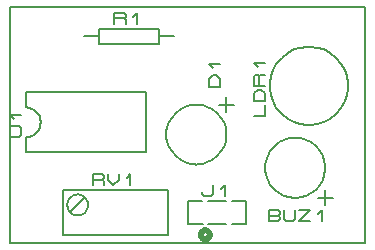
<source format=gbr>
G04 PROTEUS GERBER X2 FILE*
%TF.GenerationSoftware,Labcenter,Proteus,8.6-SP2-Build23525*%
%TF.CreationDate,2021-09-07T15:34:43+00:00*%
%TF.FileFunction,Legend,Top*%
%TF.FilePolarity,Positive*%
%TF.Part,Single*%
%FSLAX45Y45*%
%MOMM*%
G01*
%TA.AperFunction,Material*%
%ADD18C,0.203200*%
%ADD19C,0.508000*%
%ADD70C,0.152400*%
%TA.AperFunction,Profile*%
%ADD17C,0.203200*%
%TD.AperFunction*%
D18*
X+131000Y+1147000D02*
X+131000Y+1274000D01*
X+1147000Y+1274000D01*
X+1147000Y+766000D01*
X+131000Y+766000D01*
X+131000Y+893000D01*
X+258000Y+1020000D02*
X+255564Y+1045876D01*
X+248515Y+1069848D01*
X+237238Y+1091438D01*
X+222122Y+1110170D01*
X+203554Y+1125569D01*
X+181919Y+1137158D01*
X+157606Y+1144460D01*
X+131000Y+1147000D01*
X+258000Y+1020000D02*
X+255564Y+993394D01*
X+248515Y+969081D01*
X+237238Y+947446D01*
X+222122Y+928878D01*
X+203554Y+913762D01*
X+181919Y+902485D01*
X+157606Y+895436D01*
X+131000Y+893000D01*
X-1080Y+893000D02*
X+75120Y+893000D01*
X+90360Y+908875D01*
X+90360Y+972375D01*
X+75120Y+988250D01*
X-1080Y+988250D01*
X+29400Y+1051750D02*
X-1080Y+1083500D01*
X+90360Y+1083500D01*
X+2859866Y+1329500D02*
X+2858806Y+1356000D01*
X+2850203Y+1409002D01*
X+2832266Y+1462004D01*
X+2803177Y+1515006D01*
X+2758821Y+1567946D01*
X+2705819Y+1609706D01*
X+2652817Y+1636999D01*
X+2599815Y+1653503D01*
X+2546813Y+1660832D01*
X+2528000Y+1661366D01*
X+2196134Y+1329500D02*
X+2197194Y+1356000D01*
X+2205797Y+1409002D01*
X+2223734Y+1462004D01*
X+2252823Y+1515006D01*
X+2297179Y+1567946D01*
X+2350181Y+1609706D01*
X+2403183Y+1636999D01*
X+2456185Y+1653503D01*
X+2509187Y+1660832D01*
X+2528000Y+1661366D01*
X+2196134Y+1329500D02*
X+2197194Y+1303000D01*
X+2205797Y+1249998D01*
X+2223734Y+1196996D01*
X+2252823Y+1143994D01*
X+2297179Y+1091054D01*
X+2350181Y+1049294D01*
X+2403183Y+1022001D01*
X+2456185Y+1005497D01*
X+2509187Y+998168D01*
X+2528000Y+997634D01*
X+2859866Y+1329500D02*
X+2858806Y+1303000D01*
X+2850203Y+1249998D01*
X+2832266Y+1196996D01*
X+2803177Y+1143994D01*
X+2758821Y+1091054D01*
X+2705819Y+1049294D01*
X+2652817Y+1022001D01*
X+2599815Y+1005497D01*
X+2546813Y+998168D01*
X+2528000Y+997634D01*
X+2064054Y+1075500D02*
X+2155494Y+1075500D01*
X+2155494Y+1170750D01*
X+2155494Y+1202500D02*
X+2064054Y+1202500D01*
X+2064054Y+1266000D01*
X+2094534Y+1297750D01*
X+2125014Y+1297750D01*
X+2155494Y+1266000D01*
X+2155494Y+1202500D01*
X+2155494Y+1329500D02*
X+2064054Y+1329500D01*
X+2064054Y+1408875D01*
X+2079294Y+1424750D01*
X+2094534Y+1424750D01*
X+2109774Y+1408875D01*
X+2109774Y+1329500D01*
X+2109774Y+1408875D02*
X+2125014Y+1424750D01*
X+2155494Y+1424750D01*
X+2094534Y+1488250D02*
X+2064054Y+1520000D01*
X+2155494Y+1520000D01*
X+444500Y+67500D02*
X+1333500Y+67500D01*
X+1333500Y+448500D01*
X+444500Y+448500D01*
X+444500Y+67500D01*
X+660400Y+321500D02*
X+660098Y+328822D01*
X+657643Y+343467D01*
X+652511Y+358112D01*
X+644136Y+372757D01*
X+631322Y+387261D01*
X+616677Y+398065D01*
X+602032Y+404993D01*
X+587387Y+408969D01*
X+572742Y+410391D01*
X+571500Y+410400D01*
X+482600Y+321500D02*
X+482902Y+328822D01*
X+485357Y+343467D01*
X+490489Y+358112D01*
X+498864Y+372757D01*
X+511678Y+387261D01*
X+526323Y+398065D01*
X+540968Y+404993D01*
X+555613Y+408969D01*
X+570258Y+410391D01*
X+571500Y+410400D01*
X+482600Y+321500D02*
X+482902Y+314178D01*
X+485357Y+299533D01*
X+490489Y+284888D01*
X+498864Y+270243D01*
X+511678Y+255739D01*
X+526323Y+244935D01*
X+540968Y+238007D01*
X+555613Y+234031D01*
X+570258Y+232609D01*
X+571500Y+232600D01*
X+660400Y+321500D02*
X+660098Y+314178D01*
X+657643Y+299533D01*
X+652511Y+284888D01*
X+644136Y+270243D01*
X+631322Y+255739D01*
X+616677Y+244935D01*
X+602032Y+238007D01*
X+587387Y+234031D01*
X+572742Y+232609D01*
X+571500Y+232600D01*
X+508000Y+258000D02*
X+635000Y+385000D01*
X+698500Y+489140D02*
X+698500Y+580580D01*
X+777875Y+580580D01*
X+793750Y+565340D01*
X+793750Y+550100D01*
X+777875Y+534860D01*
X+698500Y+534860D01*
X+777875Y+534860D02*
X+793750Y+519620D01*
X+793750Y+489140D01*
X+825500Y+580580D02*
X+825500Y+534860D01*
X+873125Y+489140D01*
X+920750Y+534860D01*
X+920750Y+580580D01*
X+984250Y+550100D02*
X+1016000Y+580580D01*
X+1016000Y+489140D01*
X+2667000Y+635000D02*
X+2666173Y+655483D01*
X+2659455Y+696450D01*
X+2645437Y+737417D01*
X+2622659Y+778384D01*
X+2587859Y+819229D01*
X+2546892Y+850845D01*
X+2505925Y+871392D01*
X+2464958Y+883629D01*
X+2423991Y+888762D01*
X+2413000Y+889000D01*
X+2159000Y+635000D02*
X+2159827Y+655483D01*
X+2166545Y+696450D01*
X+2180563Y+737417D01*
X+2203341Y+778384D01*
X+2238141Y+819229D01*
X+2279108Y+850845D01*
X+2320075Y+871392D01*
X+2361042Y+883629D01*
X+2402009Y+888762D01*
X+2413000Y+889000D01*
X+2159000Y+635000D02*
X+2159827Y+614517D01*
X+2166545Y+573550D01*
X+2180563Y+532583D01*
X+2203341Y+491616D01*
X+2238141Y+450771D01*
X+2279108Y+419155D01*
X+2320075Y+398608D01*
X+2361042Y+386371D01*
X+2402009Y+381238D01*
X+2413000Y+381000D01*
X+2667000Y+635000D02*
X+2666173Y+614517D01*
X+2659455Y+573550D01*
X+2645437Y+532583D01*
X+2622659Y+491616D01*
X+2587859Y+450771D01*
X+2546892Y+419155D01*
X+2505925Y+398608D01*
X+2464958Y+386371D01*
X+2423991Y+381238D01*
X+2413000Y+381000D01*
X+2730500Y+381000D02*
X+2603500Y+381000D01*
X+2667000Y+317500D02*
X+2667000Y+444500D01*
X+2190750Y+185420D02*
X+2190750Y+276860D01*
X+2270125Y+276860D01*
X+2286000Y+261620D01*
X+2286000Y+246380D01*
X+2270125Y+231140D01*
X+2286000Y+215900D01*
X+2286000Y+200660D01*
X+2270125Y+185420D01*
X+2190750Y+185420D01*
X+2190750Y+231140D02*
X+2270125Y+231140D01*
X+2317750Y+276860D02*
X+2317750Y+200660D01*
X+2333625Y+185420D01*
X+2397125Y+185420D01*
X+2413000Y+200660D01*
X+2413000Y+276860D01*
X+2444750Y+276860D02*
X+2540000Y+276860D01*
X+2444750Y+185420D01*
X+2540000Y+185420D01*
X+2603500Y+246380D02*
X+2635250Y+276860D01*
X+2635250Y+185420D01*
D19*
X+1689100Y+67500D02*
X+1688969Y+70658D01*
X+1687903Y+76976D01*
X+1685672Y+83294D01*
X+1682027Y+89612D01*
X+1676452Y+95851D01*
X+1670134Y+100447D01*
X+1663816Y+103380D01*
X+1657498Y+105042D01*
X+1651180Y+105600D01*
X+1651000Y+105600D01*
X+1612900Y+67500D02*
X+1613031Y+70658D01*
X+1614097Y+76976D01*
X+1616328Y+83294D01*
X+1619973Y+89612D01*
X+1625548Y+95851D01*
X+1631866Y+100447D01*
X+1638184Y+103380D01*
X+1644502Y+105042D01*
X+1650820Y+105600D01*
X+1651000Y+105600D01*
X+1612900Y+67500D02*
X+1613031Y+64342D01*
X+1614097Y+58024D01*
X+1616328Y+51706D01*
X+1619973Y+45388D01*
X+1625548Y+39149D01*
X+1631866Y+34553D01*
X+1638184Y+31620D01*
X+1644502Y+29958D01*
X+1650820Y+29400D01*
X+1651000Y+29400D01*
X+1689100Y+67500D02*
X+1688969Y+64342D01*
X+1687903Y+58024D01*
X+1685672Y+51706D01*
X+1682027Y+45388D01*
X+1676452Y+39149D01*
X+1670134Y+34553D01*
X+1663816Y+31620D01*
X+1657498Y+29958D01*
X+1651180Y+29400D01*
X+1651000Y+29400D01*
D70*
X+1502080Y+157340D02*
X+1628593Y+157340D01*
X+1999920Y+157340D02*
X+1999920Y+358000D01*
X+1876191Y+358000D01*
X+1502080Y+358000D02*
X+1502080Y+157340D01*
X+1873407Y+157340D02*
X+1999920Y+157340D01*
X+1825809Y+358000D02*
X+1676191Y+358000D01*
X+1625809Y+358000D02*
X+1502080Y+358000D01*
X+1673407Y+157340D02*
X+1828593Y+157340D01*
D18*
X+1624000Y+426580D02*
X+1624000Y+411340D01*
X+1639875Y+396100D01*
X+1703375Y+396100D01*
X+1719250Y+411340D01*
X+1719250Y+487540D01*
X+1782750Y+457060D02*
X+1814500Y+487540D01*
X+1814500Y+396100D01*
X+1830000Y+917000D02*
X+1829173Y+937483D01*
X+1822455Y+978450D01*
X+1808437Y+1019417D01*
X+1785659Y+1060384D01*
X+1750859Y+1101229D01*
X+1709892Y+1132845D01*
X+1668925Y+1153392D01*
X+1627958Y+1165629D01*
X+1586991Y+1170762D01*
X+1576000Y+1171000D01*
X+1322000Y+917000D02*
X+1322827Y+937483D01*
X+1329545Y+978450D01*
X+1343563Y+1019417D01*
X+1366341Y+1060384D01*
X+1401141Y+1101229D01*
X+1442108Y+1132845D01*
X+1483075Y+1153392D01*
X+1524042Y+1165629D01*
X+1565009Y+1170762D01*
X+1576000Y+1171000D01*
X+1322000Y+917000D02*
X+1322827Y+896517D01*
X+1329545Y+855550D01*
X+1343563Y+814583D01*
X+1366341Y+773616D01*
X+1401141Y+732771D01*
X+1442108Y+701155D01*
X+1483075Y+680608D01*
X+1524042Y+668371D01*
X+1565009Y+663238D01*
X+1576000Y+663000D01*
X+1830000Y+917000D02*
X+1829173Y+896517D01*
X+1822455Y+855550D01*
X+1808437Y+814583D01*
X+1785659Y+773616D01*
X+1750859Y+732771D01*
X+1709892Y+701155D01*
X+1668925Y+680608D01*
X+1627958Y+668371D01*
X+1586991Y+663238D01*
X+1576000Y+663000D01*
X+1830000Y+1234500D02*
X+1830000Y+1107500D01*
X+1893500Y+1171000D02*
X+1766500Y+1171000D01*
X+1775580Y+1321750D02*
X+1684140Y+1321750D01*
X+1684140Y+1385250D01*
X+1714620Y+1417000D01*
X+1745100Y+1417000D01*
X+1775580Y+1385250D01*
X+1775580Y+1321750D01*
X+1714620Y+1480500D02*
X+1684140Y+1512250D01*
X+1775580Y+1512250D01*
X+627000Y+1750000D02*
X+754000Y+1750000D01*
X+754000Y+1686500D02*
X+1262000Y+1686500D01*
X+1262000Y+1813500D01*
X+754000Y+1813500D01*
X+754000Y+1686500D01*
X+1262000Y+1750000D02*
X+1389000Y+1750000D01*
X+881000Y+1854140D02*
X+881000Y+1945580D01*
X+960375Y+1945580D01*
X+976250Y+1930340D01*
X+976250Y+1915100D01*
X+960375Y+1899860D01*
X+881000Y+1899860D01*
X+960375Y+1899860D02*
X+976250Y+1884620D01*
X+976250Y+1854140D01*
X+1039750Y+1915100D02*
X+1071500Y+1945580D01*
X+1071500Y+1854140D01*
D17*
X+0Y+0D02*
X+3000000Y+0D01*
X+3000000Y+2000000D01*
X+0Y+2000000D01*
X+0Y+0D01*
M02*

</source>
